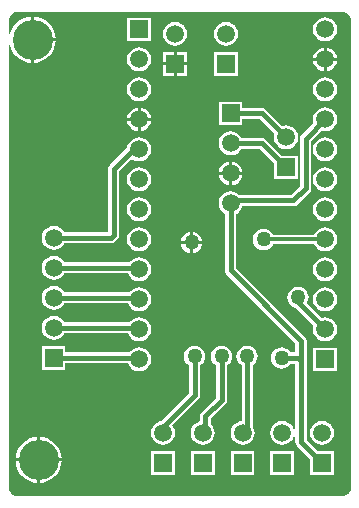
<source format=gbl>
G04*
G04 #@! TF.GenerationSoftware,Altium Limited,Altium Designer,18.1.7 (191)*
G04*
G04 Layer_Physical_Order=2*
G04 Layer_Color=16711680*
%FSLAX44Y44*%
%MOMM*%
G71*
G01*
G75*
%ADD31R,1.5000X1.5000*%
%ADD39C,0.4000*%
%ADD40C,0.3000*%
%ADD43C,1.5000*%
%ADD44C,3.4000*%
%ADD45C,1.2700*%
%ADD46C,0.4572*%
G36*
X289517Y414610D02*
X290901Y414037D01*
X292146Y413205D01*
X293205Y412146D01*
X294037Y410901D01*
X294610Y409517D01*
X294902Y408049D01*
Y407300D01*
Y12700D01*
Y11951D01*
X294610Y10482D01*
X294037Y9099D01*
X293205Y7854D01*
X292146Y6795D01*
X290901Y5963D01*
X289517Y5390D01*
X288049Y5098D01*
X11951D01*
X10482Y5390D01*
X9099Y5963D01*
X7854Y6795D01*
X6795Y7854D01*
X5963Y9099D01*
X5390Y10482D01*
X5098Y11951D01*
Y12700D01*
Y386519D01*
X6368Y386707D01*
X7260Y383766D01*
X9075Y380372D01*
X11516Y377396D01*
X14492Y374955D01*
X17886Y373140D01*
X21569Y372023D01*
X24130Y371771D01*
Y391280D01*
Y410789D01*
X21569Y410537D01*
X17886Y409420D01*
X14492Y407606D01*
X11516Y405164D01*
X9075Y402188D01*
X7260Y398794D01*
X6368Y395853D01*
X5098Y396041D01*
Y408049D01*
X5390Y409517D01*
X5963Y410901D01*
X6795Y412146D01*
X7854Y413205D01*
X9099Y414037D01*
X10483Y414610D01*
X11951Y414902D01*
X288049D01*
X289517Y414610D01*
D02*
G37*
%LPC*%
G36*
X26670Y410789D02*
Y392550D01*
X44909D01*
X44657Y395111D01*
X43540Y398794D01*
X41726Y402188D01*
X39284Y405164D01*
X36308Y407606D01*
X32914Y409420D01*
X29230Y410537D01*
X26670Y410789D01*
D02*
G37*
G36*
X125610Y410090D02*
X105530D01*
Y390010D01*
X125610D01*
Y410090D01*
D02*
G37*
G36*
X273050Y410177D02*
X270429Y409832D01*
X267987Y408820D01*
X265889Y407211D01*
X264280Y405113D01*
X263268Y402671D01*
X262923Y400050D01*
X263268Y397429D01*
X264280Y394987D01*
X265889Y392889D01*
X267987Y391280D01*
X270429Y390268D01*
X273050Y389923D01*
X275671Y390268D01*
X278113Y391280D01*
X280211Y392889D01*
X281820Y394987D01*
X282832Y397429D01*
X283177Y400050D01*
X282832Y402671D01*
X281820Y405113D01*
X280211Y407211D01*
X278113Y408820D01*
X275671Y409832D01*
X273050Y410177D01*
D02*
G37*
G36*
X189230Y406367D02*
X186609Y406022D01*
X184167Y405010D01*
X182069Y403401D01*
X180460Y401303D01*
X179448Y398861D01*
X179103Y396240D01*
X179448Y393619D01*
X180460Y391177D01*
X182069Y389079D01*
X184167Y387470D01*
X186609Y386458D01*
X189230Y386113D01*
X191851Y386458D01*
X194293Y387470D01*
X196391Y389079D01*
X198000Y391177D01*
X199012Y393619D01*
X199357Y396240D01*
X199012Y398861D01*
X198000Y401303D01*
X196391Y403401D01*
X194293Y405010D01*
X191851Y406022D01*
X189230Y406367D01*
D02*
G37*
G36*
X146050D02*
X143429Y406022D01*
X140987Y405010D01*
X138889Y403401D01*
X137280Y401303D01*
X136268Y398861D01*
X135923Y396240D01*
X136268Y393619D01*
X137280Y391177D01*
X138889Y389079D01*
X140987Y387470D01*
X143429Y386458D01*
X146050Y386113D01*
X148671Y386458D01*
X151113Y387470D01*
X153211Y389079D01*
X154820Y391177D01*
X155832Y393619D01*
X156177Y396240D01*
X155832Y398861D01*
X154820Y401303D01*
X153211Y403401D01*
X151113Y405010D01*
X148671Y406022D01*
X146050Y406367D01*
D02*
G37*
G36*
X274320Y384609D02*
Y375920D01*
X283009D01*
X282832Y377271D01*
X281820Y379713D01*
X280211Y381811D01*
X278113Y383420D01*
X275671Y384432D01*
X274320Y384609D01*
D02*
G37*
G36*
X271780D02*
X270429Y384432D01*
X267987Y383420D01*
X265889Y381811D01*
X264280Y379713D01*
X263268Y377271D01*
X263091Y375920D01*
X271780D01*
Y384609D01*
D02*
G37*
G36*
X156090Y380880D02*
X147320D01*
Y372110D01*
X156090D01*
Y380880D01*
D02*
G37*
G36*
X144780D02*
X136010D01*
Y372110D01*
X144780D01*
Y380880D01*
D02*
G37*
G36*
X44909Y390010D02*
X26670D01*
Y371771D01*
X29230Y372023D01*
X32914Y373140D01*
X36308Y374955D01*
X39284Y377396D01*
X41726Y380372D01*
X43540Y383766D01*
X44657Y387450D01*
X44909Y390010D01*
D02*
G37*
G36*
X283009Y373380D02*
X274320D01*
Y364691D01*
X275671Y364868D01*
X278113Y365880D01*
X280211Y367489D01*
X281820Y369587D01*
X282832Y372029D01*
X283009Y373380D01*
D02*
G37*
G36*
X271780D02*
X263091D01*
X263268Y372029D01*
X264280Y369587D01*
X265889Y367489D01*
X267987Y365880D01*
X270429Y364868D01*
X271780Y364691D01*
Y373380D01*
D02*
G37*
G36*
X115570Y384777D02*
X112949Y384432D01*
X110507Y383420D01*
X108409Y381811D01*
X106800Y379713D01*
X105788Y377271D01*
X105443Y374650D01*
X105788Y372029D01*
X106800Y369587D01*
X108409Y367489D01*
X110507Y365880D01*
X112949Y364868D01*
X115570Y364523D01*
X118191Y364868D01*
X120633Y365880D01*
X122731Y367489D01*
X124340Y369587D01*
X125352Y372029D01*
X125697Y374650D01*
X125352Y377271D01*
X124340Y379713D01*
X122731Y381811D01*
X120633Y383420D01*
X118191Y384432D01*
X115570Y384777D01*
D02*
G37*
G36*
X199270Y380880D02*
X179190D01*
Y360800D01*
X199270D01*
Y380880D01*
D02*
G37*
G36*
X156090Y369570D02*
X147320D01*
Y360800D01*
X156090D01*
Y369570D01*
D02*
G37*
G36*
X144780D02*
X136010D01*
Y360800D01*
X144780D01*
Y369570D01*
D02*
G37*
G36*
X273050Y359377D02*
X270429Y359032D01*
X267987Y358020D01*
X265889Y356411D01*
X264280Y354313D01*
X263268Y351871D01*
X262923Y349250D01*
X263268Y346629D01*
X264280Y344187D01*
X265889Y342089D01*
X267987Y340480D01*
X270429Y339468D01*
X273050Y339123D01*
X275671Y339468D01*
X278113Y340480D01*
X280211Y342089D01*
X281820Y344187D01*
X282832Y346629D01*
X283177Y349250D01*
X282832Y351871D01*
X281820Y354313D01*
X280211Y356411D01*
X278113Y358020D01*
X275671Y359032D01*
X273050Y359377D01*
D02*
G37*
G36*
X115570D02*
X112949Y359032D01*
X110507Y358020D01*
X108409Y356411D01*
X106800Y354313D01*
X105788Y351871D01*
X105443Y349250D01*
X105788Y346629D01*
X106800Y344187D01*
X108409Y342089D01*
X110507Y340480D01*
X112949Y339468D01*
X115570Y339123D01*
X118191Y339468D01*
X120633Y340480D01*
X122731Y342089D01*
X124340Y344187D01*
X125352Y346629D01*
X125697Y349250D01*
X125352Y351871D01*
X124340Y354313D01*
X122731Y356411D01*
X120633Y358020D01*
X118191Y359032D01*
X115570Y359377D01*
D02*
G37*
G36*
X116840Y333809D02*
Y325120D01*
X125529D01*
X125352Y326471D01*
X124340Y328913D01*
X122731Y331011D01*
X120633Y332620D01*
X118191Y333632D01*
X116840Y333809D01*
D02*
G37*
G36*
X114300D02*
X112949Y333632D01*
X110507Y332620D01*
X108409Y331011D01*
X106800Y328913D01*
X105788Y326471D01*
X105611Y325120D01*
X114300D01*
Y333809D01*
D02*
G37*
G36*
X125529Y322580D02*
X116840D01*
Y313891D01*
X118191Y314068D01*
X120633Y315080D01*
X122731Y316689D01*
X124340Y318787D01*
X125352Y321229D01*
X125529Y322580D01*
D02*
G37*
G36*
X114300D02*
X105611D01*
X105788Y321229D01*
X106800Y318787D01*
X108409Y316689D01*
X110507Y315080D01*
X112949Y314068D01*
X114300Y313891D01*
Y322580D01*
D02*
G37*
G36*
X273050Y333977D02*
X270429Y333632D01*
X267987Y332620D01*
X265889Y331011D01*
X264280Y328913D01*
X263268Y326471D01*
X262923Y323850D01*
X263268Y321229D01*
X263328Y321086D01*
X253061Y310819D01*
X251994Y309223D01*
X251619Y307340D01*
Y267578D01*
X244232Y260191D01*
X199810D01*
X198103Y261500D01*
X195661Y262512D01*
X193040Y262857D01*
X190419Y262512D01*
X187977Y261500D01*
X185879Y259891D01*
X184270Y257793D01*
X183258Y255351D01*
X182913Y252730D01*
X183258Y250109D01*
X184270Y247667D01*
X185879Y245569D01*
X187977Y243960D01*
X188120Y243901D01*
Y196215D01*
X188494Y194332D01*
X189561Y192736D01*
X247810Y134487D01*
Y126840D01*
X243650D01*
X242560Y128260D01*
X240703Y129685D01*
X238541Y130581D01*
X236220Y130887D01*
X233899Y130581D01*
X231737Y129685D01*
X229880Y128260D01*
X228455Y126403D01*
X227559Y124241D01*
X227253Y121920D01*
X227559Y119599D01*
X228455Y117437D01*
X229880Y115580D01*
X231737Y114155D01*
X233899Y113259D01*
X236220Y112953D01*
X238541Y113259D01*
X240703Y114155D01*
X242560Y115580D01*
X243650Y117000D01*
X247810D01*
Y61528D01*
X246539Y61275D01*
X245625Y63483D01*
X244016Y65581D01*
X241918Y67190D01*
X239476Y68202D01*
X236855Y68547D01*
X234234Y68202D01*
X231792Y67190D01*
X229694Y65581D01*
X228085Y63483D01*
X227073Y61041D01*
X226728Y58420D01*
X227073Y55799D01*
X228085Y53357D01*
X229694Y51259D01*
X231792Y49650D01*
X234234Y48638D01*
X236855Y48293D01*
X239476Y48638D01*
X241918Y49650D01*
X244016Y51259D01*
X245625Y53357D01*
X246539Y55565D01*
X247810Y55312D01*
Y50800D01*
X248184Y48917D01*
X249251Y47321D01*
X260470Y36101D01*
Y22980D01*
X280550D01*
Y43060D01*
X267429D01*
X257651Y52838D01*
Y119380D01*
Y136525D01*
X257276Y138408D01*
X256209Y140004D01*
X197960Y198253D01*
Y243901D01*
X198103Y243960D01*
X200201Y245569D01*
X201810Y247667D01*
X202822Y250109D01*
X202853Y250350D01*
X246270D01*
X248153Y250724D01*
X249749Y251791D01*
X260019Y262061D01*
X261086Y263657D01*
X261460Y265540D01*
Y305302D01*
X270286Y314128D01*
X270429Y314068D01*
X273050Y313723D01*
X275671Y314068D01*
X278113Y315080D01*
X280211Y316689D01*
X281820Y318787D01*
X282832Y321229D01*
X283177Y323850D01*
X282832Y326471D01*
X281820Y328913D01*
X280211Y331011D01*
X278113Y332620D01*
X275671Y333632D01*
X273050Y333977D01*
D02*
G37*
G36*
X203080Y338970D02*
X183000D01*
Y318890D01*
X203080D01*
Y324301D01*
X217793D01*
X230428Y311665D01*
X230248Y311231D01*
X229903Y308610D01*
X230248Y305989D01*
X231260Y303547D01*
X232869Y301449D01*
X234967Y299840D01*
X237409Y298828D01*
X240030Y298483D01*
X242651Y298828D01*
X245093Y299840D01*
X247191Y301449D01*
X248800Y303547D01*
X249812Y305989D01*
X250157Y308610D01*
X249812Y311231D01*
X248800Y313673D01*
X247191Y315771D01*
X245093Y317380D01*
X242651Y318392D01*
X240030Y318737D01*
X237409Y318392D01*
X236975Y318212D01*
X222983Y332203D01*
X221481Y333207D01*
X219710Y333559D01*
X219710Y333559D01*
X203080D01*
Y338970D01*
D02*
G37*
G36*
X273050Y308577D02*
X270429Y308232D01*
X267987Y307220D01*
X265889Y305611D01*
X264280Y303513D01*
X263268Y301071D01*
X262923Y298450D01*
X263268Y295829D01*
X264280Y293387D01*
X265889Y291289D01*
X267987Y289680D01*
X270429Y288668D01*
X273050Y288323D01*
X275671Y288668D01*
X278113Y289680D01*
X280211Y291289D01*
X281820Y293387D01*
X282832Y295829D01*
X283177Y298450D01*
X282832Y301071D01*
X281820Y303513D01*
X280211Y305611D01*
X278113Y307220D01*
X275671Y308232D01*
X273050Y308577D01*
D02*
G37*
G36*
X115570D02*
X112949Y308232D01*
X110507Y307220D01*
X108409Y305611D01*
X106800Y303513D01*
X105788Y301071D01*
X105671Y300177D01*
X90707Y285213D01*
X89703Y283711D01*
X89351Y281940D01*
X89351Y281940D01*
Y228149D01*
X52130D01*
X51950Y228583D01*
X50341Y230681D01*
X48243Y232290D01*
X45801Y233302D01*
X43180Y233647D01*
X40559Y233302D01*
X38117Y232290D01*
X36019Y230681D01*
X34410Y228583D01*
X33398Y226141D01*
X33053Y223520D01*
X33398Y220899D01*
X34410Y218457D01*
X36019Y216359D01*
X38117Y214750D01*
X40559Y213738D01*
X43180Y213393D01*
X45801Y213738D01*
X48243Y214750D01*
X50341Y216359D01*
X51950Y218457D01*
X52130Y218891D01*
X91440D01*
X91440Y218891D01*
X93211Y219243D01*
X94713Y220247D01*
X97253Y222787D01*
X97253Y222787D01*
X98257Y224289D01*
X98609Y226060D01*
Y280023D01*
X109239Y290653D01*
X110507Y289680D01*
X112949Y288668D01*
X115570Y288323D01*
X118191Y288668D01*
X120633Y289680D01*
X122731Y291289D01*
X124340Y293387D01*
X125352Y295829D01*
X125697Y298450D01*
X125352Y301071D01*
X124340Y303513D01*
X122731Y305611D01*
X120633Y307220D01*
X118191Y308232D01*
X115570Y308577D01*
D02*
G37*
G36*
X194310Y288089D02*
Y279400D01*
X202999D01*
X202822Y280751D01*
X201810Y283193D01*
X200201Y285291D01*
X198103Y286900D01*
X195661Y287912D01*
X194310Y288089D01*
D02*
G37*
G36*
X191770D02*
X190419Y287912D01*
X187977Y286900D01*
X185879Y285291D01*
X184270Y283193D01*
X183258Y280751D01*
X183081Y279400D01*
X191770D01*
Y288089D01*
D02*
G37*
G36*
X193040Y313657D02*
X190419Y313312D01*
X187977Y312300D01*
X185879Y310691D01*
X184270Y308593D01*
X183258Y306151D01*
X182913Y303530D01*
X183258Y300909D01*
X184270Y298467D01*
X185879Y296369D01*
X187977Y294760D01*
X190419Y293748D01*
X193040Y293403D01*
X195661Y293748D01*
X198103Y294760D01*
X200201Y296369D01*
X201810Y298467D01*
X201990Y298901D01*
X217793D01*
X229990Y286704D01*
Y273170D01*
X250070D01*
Y293250D01*
X236536D01*
X222983Y306803D01*
X221481Y307807D01*
X219710Y308159D01*
X219710Y308159D01*
X201990D01*
X201810Y308593D01*
X200201Y310691D01*
X198103Y312300D01*
X195661Y313312D01*
X193040Y313657D01*
D02*
G37*
G36*
X202999Y276860D02*
X194310D01*
Y268171D01*
X195661Y268348D01*
X198103Y269360D01*
X200201Y270969D01*
X201810Y273067D01*
X202822Y275509D01*
X202999Y276860D01*
D02*
G37*
G36*
X191770D02*
X183081D01*
X183258Y275509D01*
X184270Y273067D01*
X185879Y270969D01*
X187977Y269360D01*
X190419Y268348D01*
X191770Y268171D01*
Y276860D01*
D02*
G37*
G36*
X273050Y283177D02*
X270429Y282832D01*
X267987Y281820D01*
X265889Y280211D01*
X264280Y278113D01*
X263268Y275671D01*
X262923Y273050D01*
X263268Y270429D01*
X264280Y267987D01*
X265889Y265889D01*
X267987Y264280D01*
X270429Y263268D01*
X273050Y262923D01*
X275671Y263268D01*
X278113Y264280D01*
X280211Y265889D01*
X281820Y267987D01*
X282832Y270429D01*
X283177Y273050D01*
X282832Y275671D01*
X281820Y278113D01*
X280211Y280211D01*
X278113Y281820D01*
X275671Y282832D01*
X273050Y283177D01*
D02*
G37*
G36*
X115570D02*
X112949Y282832D01*
X110507Y281820D01*
X108409Y280211D01*
X106800Y278113D01*
X105788Y275671D01*
X105443Y273050D01*
X105788Y270429D01*
X106800Y267987D01*
X108409Y265889D01*
X110507Y264280D01*
X112949Y263268D01*
X115570Y262923D01*
X118191Y263268D01*
X120633Y264280D01*
X122731Y265889D01*
X124340Y267987D01*
X125352Y270429D01*
X125697Y273050D01*
X125352Y275671D01*
X124340Y278113D01*
X122731Y280211D01*
X120633Y281820D01*
X118191Y282832D01*
X115570Y283177D01*
D02*
G37*
G36*
X273050Y257777D02*
X270429Y257432D01*
X267987Y256420D01*
X265889Y254811D01*
X264280Y252713D01*
X263268Y250271D01*
X262923Y247650D01*
X263268Y245029D01*
X264280Y242587D01*
X265889Y240489D01*
X267987Y238880D01*
X270429Y237868D01*
X273050Y237523D01*
X275671Y237868D01*
X278113Y238880D01*
X280211Y240489D01*
X281820Y242587D01*
X282832Y245029D01*
X283177Y247650D01*
X282832Y250271D01*
X281820Y252713D01*
X280211Y254811D01*
X278113Y256420D01*
X275671Y257432D01*
X273050Y257777D01*
D02*
G37*
G36*
X115570D02*
X112949Y257432D01*
X110507Y256420D01*
X108409Y254811D01*
X106800Y252713D01*
X105788Y250271D01*
X105443Y247650D01*
X105788Y245029D01*
X106800Y242587D01*
X108409Y240489D01*
X110507Y238880D01*
X112949Y237868D01*
X115570Y237523D01*
X118191Y237868D01*
X120633Y238880D01*
X122731Y240489D01*
X124340Y242587D01*
X125352Y245029D01*
X125697Y247650D01*
X125352Y250271D01*
X124340Y252713D01*
X122731Y254811D01*
X120633Y256420D01*
X118191Y257432D01*
X115570Y257777D01*
D02*
G37*
G36*
X273050Y232377D02*
X270429Y232032D01*
X267987Y231020D01*
X265889Y229411D01*
X264280Y227313D01*
X263889Y226369D01*
X228896D01*
X228745Y226733D01*
X227320Y228590D01*
X225463Y230015D01*
X223301Y230911D01*
X220980Y231217D01*
X218659Y230911D01*
X216497Y230015D01*
X214640Y228590D01*
X213215Y226733D01*
X212319Y224571D01*
X212013Y222250D01*
X212319Y219929D01*
X213215Y217767D01*
X214640Y215910D01*
X216497Y214485D01*
X218659Y213589D01*
X220980Y213283D01*
X223301Y213589D01*
X225463Y214485D01*
X227320Y215910D01*
X228745Y217767D01*
X228896Y218131D01*
X263889D01*
X264280Y217187D01*
X265889Y215089D01*
X267987Y213480D01*
X270429Y212468D01*
X273050Y212123D01*
X275671Y212468D01*
X278113Y213480D01*
X280211Y215089D01*
X281820Y217187D01*
X282832Y219629D01*
X283177Y222250D01*
X282832Y224871D01*
X281820Y227313D01*
X280211Y229411D01*
X278113Y231020D01*
X275671Y232032D01*
X273050Y232377D01*
D02*
G37*
G36*
X161290Y228510D02*
Y220980D01*
X168820D01*
X168681Y222031D01*
X167785Y224193D01*
X166360Y226050D01*
X164503Y227475D01*
X162341Y228371D01*
X161290Y228510D01*
D02*
G37*
G36*
X158750D02*
X157699Y228371D01*
X155537Y227475D01*
X153680Y226050D01*
X152255Y224193D01*
X151359Y222031D01*
X151221Y220980D01*
X158750D01*
Y228510D01*
D02*
G37*
G36*
X115570Y232377D02*
X112949Y232032D01*
X110507Y231020D01*
X108409Y229411D01*
X106800Y227313D01*
X105788Y224871D01*
X105443Y222250D01*
X105788Y219629D01*
X106800Y217187D01*
X108409Y215089D01*
X110507Y213480D01*
X112949Y212468D01*
X115570Y212123D01*
X118191Y212468D01*
X120633Y213480D01*
X122731Y215089D01*
X124340Y217187D01*
X125352Y219629D01*
X125697Y222250D01*
X125352Y224871D01*
X124340Y227313D01*
X122731Y229411D01*
X120633Y231020D01*
X118191Y232032D01*
X115570Y232377D01*
D02*
G37*
G36*
X168820Y218440D02*
X161290D01*
Y210910D01*
X162341Y211049D01*
X164503Y211945D01*
X166360Y213370D01*
X167785Y215227D01*
X168681Y217389D01*
X168820Y218440D01*
D02*
G37*
G36*
X158750D02*
X151221D01*
X151359Y217389D01*
X152255Y215227D01*
X153680Y213370D01*
X155537Y211945D01*
X157699Y211049D01*
X158750Y210910D01*
Y218440D01*
D02*
G37*
G36*
X273050Y206977D02*
X270429Y206632D01*
X267987Y205620D01*
X265889Y204011D01*
X264280Y201913D01*
X263268Y199471D01*
X262923Y196850D01*
X263268Y194229D01*
X264280Y191787D01*
X265889Y189689D01*
X267987Y188080D01*
X270429Y187068D01*
X273050Y186723D01*
X275671Y187068D01*
X278113Y188080D01*
X280211Y189689D01*
X281820Y191787D01*
X282832Y194229D01*
X283177Y196850D01*
X282832Y199471D01*
X281820Y201913D01*
X280211Y204011D01*
X278113Y205620D01*
X275671Y206632D01*
X273050Y206977D01*
D02*
G37*
G36*
X43180Y208247D02*
X40559Y207902D01*
X38117Y206890D01*
X36019Y205281D01*
X34410Y203183D01*
X33398Y200741D01*
X33053Y198120D01*
X33398Y195499D01*
X34410Y193057D01*
X36019Y190959D01*
X38117Y189350D01*
X40559Y188338D01*
X43180Y187993D01*
X45801Y188338D01*
X48243Y189350D01*
X50341Y190959D01*
X51950Y193057D01*
X52130Y193491D01*
X106094D01*
X106800Y191787D01*
X108409Y189689D01*
X110507Y188080D01*
X112949Y187068D01*
X115570Y186723D01*
X118191Y187068D01*
X120633Y188080D01*
X122731Y189689D01*
X124340Y191787D01*
X125352Y194229D01*
X125697Y196850D01*
X125352Y199471D01*
X124340Y201913D01*
X122731Y204011D01*
X120633Y205620D01*
X118191Y206632D01*
X115570Y206977D01*
X112949Y206632D01*
X110507Y205620D01*
X108409Y204011D01*
X107441Y202749D01*
X52130D01*
X51950Y203183D01*
X50341Y205281D01*
X48243Y206890D01*
X45801Y207902D01*
X43180Y208247D01*
D02*
G37*
G36*
X273050Y181577D02*
X270429Y181232D01*
X267987Y180220D01*
X265889Y178611D01*
X264280Y176513D01*
X263268Y174071D01*
X262923Y171450D01*
X263268Y168829D01*
X264280Y166387D01*
X265889Y164289D01*
X267987Y162680D01*
X270429Y161668D01*
X273050Y161323D01*
X275671Y161668D01*
X278113Y162680D01*
X280211Y164289D01*
X281820Y166387D01*
X282832Y168829D01*
X283177Y171450D01*
X282832Y174071D01*
X281820Y176513D01*
X280211Y178611D01*
X278113Y180220D01*
X275671Y181232D01*
X273050Y181577D01*
D02*
G37*
G36*
X43180Y182847D02*
X40559Y182502D01*
X38117Y181490D01*
X36019Y179881D01*
X34410Y177783D01*
X33398Y175341D01*
X33053Y172720D01*
X33398Y170099D01*
X34410Y167657D01*
X36019Y165559D01*
X38117Y163950D01*
X40559Y162938D01*
X43180Y162593D01*
X45801Y162938D01*
X48243Y163950D01*
X50341Y165559D01*
X51950Y167657D01*
X52130Y168091D01*
X106094D01*
X106800Y166387D01*
X108409Y164289D01*
X110507Y162680D01*
X112949Y161668D01*
X115570Y161323D01*
X118191Y161668D01*
X120633Y162680D01*
X122731Y164289D01*
X124340Y166387D01*
X125352Y168829D01*
X125697Y171450D01*
X125352Y174071D01*
X124340Y176513D01*
X122731Y178611D01*
X120633Y180220D01*
X118191Y181232D01*
X115570Y181577D01*
X112949Y181232D01*
X110507Y180220D01*
X108409Y178611D01*
X107441Y177349D01*
X52130D01*
X51950Y177783D01*
X50341Y179881D01*
X48243Y181490D01*
X45801Y182502D01*
X43180Y182847D01*
D02*
G37*
G36*
X250190Y182067D02*
X247869Y181761D01*
X245707Y180865D01*
X243850Y179440D01*
X242425Y177583D01*
X241529Y175421D01*
X241223Y173100D01*
X241529Y170779D01*
X242425Y168617D01*
X243850Y166760D01*
X245707Y165335D01*
X247869Y164439D01*
X248152Y164402D01*
X263448Y149105D01*
X263268Y148671D01*
X262923Y146050D01*
X263268Y143429D01*
X264280Y140987D01*
X265889Y138889D01*
X267987Y137280D01*
X270429Y136268D01*
X273050Y135923D01*
X275671Y136268D01*
X278113Y137280D01*
X280211Y138889D01*
X281820Y140987D01*
X282832Y143429D01*
X283177Y146050D01*
X282832Y148671D01*
X281820Y151113D01*
X280211Y153211D01*
X278113Y154820D01*
X275671Y155832D01*
X273050Y156177D01*
X270429Y155832D01*
X269995Y155652D01*
X257554Y168093D01*
X257955Y168617D01*
X258851Y170779D01*
X259157Y173100D01*
X258851Y175421D01*
X257955Y177583D01*
X256530Y179440D01*
X254673Y180865D01*
X252511Y181761D01*
X250190Y182067D01*
D02*
G37*
G36*
X43180Y157447D02*
X40559Y157102D01*
X38117Y156090D01*
X36019Y154481D01*
X34410Y152383D01*
X33398Y149941D01*
X33053Y147320D01*
X33398Y144699D01*
X34410Y142257D01*
X36019Y140159D01*
X38117Y138550D01*
X40559Y137538D01*
X43180Y137193D01*
X45801Y137538D01*
X48243Y138550D01*
X50341Y140159D01*
X51950Y142257D01*
X52130Y142691D01*
X106094D01*
X106800Y140987D01*
X108409Y138889D01*
X110507Y137280D01*
X112949Y136268D01*
X115570Y135923D01*
X118191Y136268D01*
X120633Y137280D01*
X122731Y138889D01*
X124340Y140987D01*
X125352Y143429D01*
X125697Y146050D01*
X125352Y148671D01*
X124340Y151113D01*
X122731Y153211D01*
X120633Y154820D01*
X118191Y155832D01*
X115570Y156177D01*
X112949Y155832D01*
X110507Y154820D01*
X108409Y153211D01*
X107441Y151949D01*
X52130D01*
X51950Y152383D01*
X50341Y154481D01*
X48243Y156090D01*
X45801Y157102D01*
X43180Y157447D01*
D02*
G37*
G36*
X283090Y130690D02*
X263010D01*
Y110610D01*
X283090D01*
Y130690D01*
D02*
G37*
G36*
X53220Y131960D02*
X33140D01*
Y111880D01*
X53220D01*
Y117291D01*
X106094D01*
X106800Y115587D01*
X108409Y113489D01*
X110507Y111880D01*
X112949Y110868D01*
X115570Y110523D01*
X118191Y110868D01*
X120633Y111880D01*
X122731Y113489D01*
X124340Y115587D01*
X125352Y118029D01*
X125697Y120650D01*
X125352Y123271D01*
X124340Y125713D01*
X122731Y127811D01*
X120633Y129420D01*
X118191Y130432D01*
X115570Y130777D01*
X112949Y130432D01*
X110507Y129420D01*
X108409Y127811D01*
X107441Y126549D01*
X53220D01*
Y131960D01*
D02*
G37*
G36*
X270510Y68547D02*
X267889Y68202D01*
X265447Y67190D01*
X263349Y65581D01*
X261740Y63483D01*
X260728Y61041D01*
X260383Y58420D01*
X260728Y55799D01*
X261740Y53357D01*
X263349Y51259D01*
X265447Y49650D01*
X267889Y48638D01*
X270510Y48293D01*
X273131Y48638D01*
X275573Y49650D01*
X277671Y51259D01*
X279280Y53357D01*
X280292Y55799D01*
X280637Y58420D01*
X280292Y61041D01*
X279280Y63483D01*
X277671Y65581D01*
X275573Y67190D01*
X273131Y68202D01*
X270510Y68547D01*
D02*
G37*
G36*
X207010Y132157D02*
X204689Y131851D01*
X202527Y130955D01*
X200670Y129530D01*
X199245Y127673D01*
X198349Y125511D01*
X198043Y123190D01*
X198349Y120869D01*
X199245Y118707D01*
X200670Y116850D01*
X202381Y115536D01*
Y68439D01*
X200579Y68202D01*
X198137Y67190D01*
X196039Y65581D01*
X194430Y63483D01*
X193418Y61041D01*
X193073Y58420D01*
X193418Y55799D01*
X194430Y53357D01*
X196039Y51259D01*
X198137Y49650D01*
X200579Y48638D01*
X203200Y48293D01*
X205821Y48638D01*
X208263Y49650D01*
X210361Y51259D01*
X211970Y53357D01*
X212982Y55799D01*
X213327Y58420D01*
X212982Y61041D01*
X211970Y63483D01*
X211639Y63915D01*
Y115536D01*
X213350Y116850D01*
X214775Y118707D01*
X215671Y120869D01*
X215977Y123190D01*
X215671Y125511D01*
X214775Y127673D01*
X213350Y129530D01*
X211493Y130955D01*
X209331Y131851D01*
X207010Y132157D01*
D02*
G37*
G36*
X185420D02*
X183099Y131851D01*
X180937Y130955D01*
X179080Y129530D01*
X177655Y127673D01*
X176759Y125511D01*
X176453Y123190D01*
X176759Y120869D01*
X177655Y118707D01*
X179080Y116850D01*
X180791Y115536D01*
Y88277D01*
X168177Y75663D01*
X167173Y74161D01*
X166821Y72390D01*
X166821Y72390D01*
Y68159D01*
X164482Y67190D01*
X162384Y65581D01*
X160775Y63483D01*
X159763Y61041D01*
X159418Y58420D01*
X159763Y55799D01*
X160775Y53357D01*
X162384Y51259D01*
X164482Y49650D01*
X166924Y48638D01*
X169545Y48293D01*
X172166Y48638D01*
X174608Y49650D01*
X176706Y51259D01*
X178315Y53357D01*
X179327Y55799D01*
X179672Y58420D01*
X179327Y61041D01*
X178315Y63483D01*
X176706Y65581D01*
X176079Y66062D01*
Y70473D01*
X188693Y83087D01*
X188693Y83087D01*
X189697Y84589D01*
X190049Y86360D01*
Y115536D01*
X191760Y116850D01*
X193185Y118707D01*
X194081Y120869D01*
X194387Y123190D01*
X194081Y125511D01*
X193185Y127673D01*
X191760Y129530D01*
X189903Y130955D01*
X187741Y131851D01*
X185420Y132157D01*
D02*
G37*
G36*
X162560D02*
X160239Y131851D01*
X158077Y130955D01*
X156220Y129530D01*
X154795Y127673D01*
X153899Y125511D01*
X153593Y123190D01*
X153899Y120869D01*
X154795Y118707D01*
X156220Y116850D01*
X157931Y115536D01*
Y92087D01*
X134163Y68319D01*
X133269Y68202D01*
X130827Y67190D01*
X128729Y65581D01*
X127120Y63483D01*
X126108Y61041D01*
X125763Y58420D01*
X126108Y55799D01*
X127120Y53357D01*
X128729Y51259D01*
X130827Y49650D01*
X133269Y48638D01*
X135890Y48293D01*
X138511Y48638D01*
X140953Y49650D01*
X143051Y51259D01*
X144660Y53357D01*
X145672Y55799D01*
X146017Y58420D01*
X145672Y61041D01*
X144660Y63483D01*
X143687Y64751D01*
X165833Y86897D01*
X165833Y86897D01*
X166837Y88399D01*
X167189Y90170D01*
Y115536D01*
X168900Y116850D01*
X170325Y118707D01*
X171221Y120869D01*
X171527Y123190D01*
X171221Y125511D01*
X170325Y127673D01*
X168900Y129530D01*
X167043Y130955D01*
X164881Y131851D01*
X162560Y132157D01*
D02*
G37*
G36*
X31750Y55069D02*
Y36830D01*
X49989D01*
X49737Y39390D01*
X48620Y43074D01*
X46806Y46468D01*
X44364Y49444D01*
X41388Y51885D01*
X37994Y53700D01*
X34311Y54817D01*
X31750Y55069D01*
D02*
G37*
G36*
X29210D02*
X26649Y54817D01*
X22966Y53700D01*
X19572Y51885D01*
X16596Y49444D01*
X14154Y46468D01*
X12340Y43074D01*
X11223Y39390D01*
X10971Y36830D01*
X29210D01*
Y55069D01*
D02*
G37*
G36*
X246895Y43060D02*
X226815D01*
Y22980D01*
X246895D01*
Y43060D01*
D02*
G37*
G36*
X213240D02*
X193160D01*
Y22980D01*
X213240D01*
Y43060D01*
D02*
G37*
G36*
X179585D02*
X159505D01*
Y22980D01*
X179585D01*
Y43060D01*
D02*
G37*
G36*
X145930D02*
X125850D01*
Y22980D01*
X145930D01*
Y43060D01*
D02*
G37*
G36*
X49989Y34290D02*
X31750D01*
Y16051D01*
X34311Y16303D01*
X37994Y17420D01*
X41388Y19234D01*
X44364Y21676D01*
X46806Y24652D01*
X48620Y28046D01*
X49737Y31730D01*
X49989Y34290D01*
D02*
G37*
G36*
X29210D02*
X10971D01*
X11223Y31730D01*
X12340Y28046D01*
X14154Y24652D01*
X16596Y21676D01*
X19572Y19234D01*
X22966Y17420D01*
X26649Y16303D01*
X29210Y16051D01*
Y34290D01*
D02*
G37*
%LPD*%
D31*
X273050Y120650D02*
D03*
X189230Y370840D02*
D03*
X146050D02*
D03*
X115570Y400050D02*
D03*
X43180Y121920D02*
D03*
X240030Y283210D02*
D03*
X193040Y328930D02*
D03*
X169545Y33020D02*
D03*
X203200D02*
D03*
X236855D02*
D03*
X135890D02*
D03*
X270510D02*
D03*
D39*
X246760Y173100D02*
X250190D01*
X246380Y172720D02*
X246760Y173100D01*
X250190Y121920D02*
X252730Y119380D01*
X246380Y172720D02*
X273050Y146050D01*
X219710Y303530D02*
X240030Y283210D01*
X171450Y58420D02*
Y72390D01*
X207010Y59690D02*
Y123190D01*
X205740Y58420D02*
X207010Y59690D01*
X185420Y86360D02*
Y123190D01*
X171450Y72390D02*
X185420Y86360D01*
X162560Y90170D02*
Y123190D01*
X135890Y63500D02*
X162560Y90170D01*
X193040Y303530D02*
X219710D01*
Y328930D02*
X240030Y308610D01*
X193040Y328930D02*
X219710D01*
X93980Y281940D02*
X111760Y299720D01*
X93980Y226060D02*
Y281940D01*
X91440Y223520D02*
X93980Y226060D01*
X43180Y223520D02*
X91440D01*
X43180Y121920D02*
X111760D01*
X43180Y147320D02*
X111760D01*
X43180Y172720D02*
X111760D01*
X43180Y198120D02*
X111760D01*
D40*
X220980Y222250D02*
X273050D01*
X193040Y252730D02*
X195580Y255270D01*
X135890Y58420D02*
Y63500D01*
D43*
X273050Y400050D02*
D03*
Y374650D02*
D03*
Y349250D02*
D03*
Y323850D02*
D03*
Y298450D02*
D03*
Y273050D02*
D03*
Y247650D02*
D03*
Y222250D02*
D03*
Y196850D02*
D03*
Y171450D02*
D03*
Y146050D02*
D03*
X189230Y396240D02*
D03*
X146050D02*
D03*
X115570Y120650D02*
D03*
Y146050D02*
D03*
Y171450D02*
D03*
Y196850D02*
D03*
Y222250D02*
D03*
Y247650D02*
D03*
Y273050D02*
D03*
Y298450D02*
D03*
Y323850D02*
D03*
Y349250D02*
D03*
Y374650D02*
D03*
X43180Y223520D02*
D03*
Y198120D02*
D03*
Y172720D02*
D03*
Y147320D02*
D03*
X240030Y308610D02*
D03*
X193040Y252730D02*
D03*
Y278130D02*
D03*
Y303530D02*
D03*
X169545Y58420D02*
D03*
X203200D02*
D03*
X236855D02*
D03*
X135890D02*
D03*
X270510D02*
D03*
D44*
X25400Y391280D02*
D03*
X30480Y35560D02*
D03*
D45*
X250190Y173100D02*
D03*
X236220Y121920D02*
D03*
X220980Y222250D02*
D03*
X162560Y123190D02*
D03*
X207010D02*
D03*
X185420D02*
D03*
X160020Y219710D02*
D03*
D46*
X256540Y307340D02*
X273050Y323850D01*
X256540Y265540D02*
Y307340D01*
X246270Y255270D02*
X256540Y265540D01*
X252730Y119380D02*
Y136525D01*
Y50800D02*
Y119380D01*
X193040Y196215D02*
X252730Y136525D01*
Y50800D02*
X270510Y33020D01*
X236220Y121920D02*
X250190D01*
X193040Y196215D02*
Y252730D01*
X195580Y255270D02*
X246270D01*
M02*

</source>
